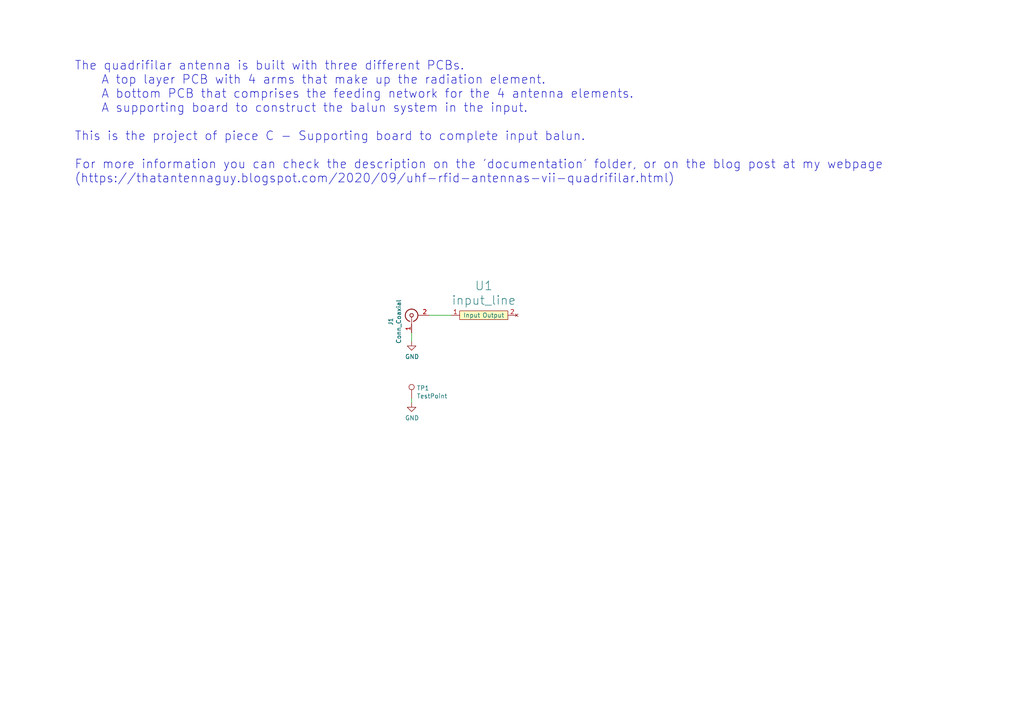
<source format=kicad_sch>
(kicad_sch (version 20211123) (generator eeschema)
  (paper "A4")
  (title_block (title "Quadrifilar antenna for UHF RFID - Part C") (rev "1.0") (company "The Antenna Guy"))
  (lib_symbols
    (symbol "Connector:Conn_Coaxial" (pin_names (offset 1.016) hide)
      (property "Reference" "J" (at 0.254 3.048 0))
      (property "Value" "Conn_Coaxial" (at 2.921 0 90))
      (symbol "Conn_Coaxial_0_1"
        (arc (start -1.778 -0.508) (mid 0.2311 -1.8066) (end 1.778 0) (stroke (width 0.254)))
        (polyline (pts (xy -2.54 0) (xy -0.508 0)))
        (polyline (pts (xy 0 -2.54) (xy 0 -1.778)))
        (circle (center 0 0) (radius 0.508) (stroke (width 0.2032)))
        (arc (start 1.778 0) (mid 0.2099 1.8101) (end -1.778 0.508) (stroke (width 0.254)))
      )
      (symbol "Conn_Coaxial_1_1"
        (pin passive line (at -5.08 0 0) (length 2.54) (name "In") (number "1"))
        (pin passive line (at 0 -5.08 90) (length 2.54) (name "Ext") (number "2"))
      )
    )
    (symbol "Connector:TestPoint" (pin_numbers hide) (pin_names (offset 0.762) hide)
      (property "Reference" "TP" (at 0 6.858 0))
      (property "Value" "TestPoint" (at 0 5.08 0))
      (symbol "TestPoint_0_1"
        (circle (center 0 3.302) (radius 0.762))
      )
      (symbol "TestPoint_1_1"
        (pin passive line (at 0 0 90) (length 2.54) (name "1") (number "1"))
      )
    )
    (symbol "Quadrifilar_antenna_C-rescue:input_line-quadrifilar_antenna" (pin_names (offset 1.016))
      (property "Reference" "U" (at 0 2.54 0))
      (property "Value" "input_line-quadrifilar_antenna" (at 0 -2.54 0))
      (symbol "input_line-quadrifilar_antenna_0_1"
        (rectangle (start -6.35 1.27) (end 7.62 -1.27) (fill (type background)))
      )
      (symbol "input_line-quadrifilar_antenna_1_1"
        (pin input line (at -8.89 0 0) (length 2.54) (name "Input") (number "1"))
        (pin no_connect line (at 10.16 0 180) (length 2.54) (name "Output") (number "2"))
      )
    )
    (symbol "power:GND" (power) (pin_names (offset 0))
      (property "Value" "GND" (at 0 -3.81 0))
      (symbol "GND_0_1"
        (polyline (pts (xy 0 0) (xy 0 -1.27) (xy 1.27 -1.27) (xy 0 -2.54) (xy -1.27 -1.27) (xy 0 -1.27)))
      )
      (symbol "GND_1_1"
        (pin power_in line (at 0 0 270) (length 0) hide (name "GND") (number "1"))
      )
    )
  )
  (wire (pts (xy 119.38 96.52) (xy 119.38 99.06)))
  (wire (pts (xy 130.81 91.44) (xy 124.46 91.44)))
  (wire (pts (xy 119.38 116.84) (xy 119.38 115.57)))
  (text "The quadrifilar antenna is built with three different PCBs.\n    A top layer PCB with 4 arms that make up the radiation element.\n    A bottom PCB that comprises the feeding network for the 4 antenna elements.\n    A supporting board to construct the balun system in the input.\n\nThis is the project of piece C - Supporting board to complete input balun.\n\nFor more information you can check the description on the 'documentation' folder, or on the blog post at my webpage \n(https://thatantennaguy.blogspot.com/2020/09/uhf-rfid-antennas-vii-quadrifilar.html)" (at 21.59 53.34 0) (effects (font (size 2.54 2.54)) (justify left bottom)))
  (symbol (lib_id "Quadrifilar_antenna_C-rescue:input_line-quadrifilar_antenna") (at 139.7 91.44 0) (unit 1)
    (property "Reference" "U1" (at 140.335 82.8802 0) (effects (font (size 2.54 2.54))))
    (property "Value" "input_line" (at 140.335 87.0966 0) (effects (font (size 2.54 2.54))))
    (property "Footprint" "Quadrifilar_antenna:input_balun_complement" (effects hide))
  )
  (symbol (lib_id "power:GND") (at 119.38 99.06 0) (unit 1)
    (property "Reference" "#PWR0101" (effects hide))
    (property "Value" "GND" (at 119.507 103.4542 0))
  )
  (symbol (lib_id "Connector:Conn_Coaxial") (at 119.38 91.44 90) (unit 1)
    (property "Reference" "J1" (at 113.3348 93.2688 0))
    (property "Value" "Conn_Coaxial" (at 115.6462 93.2688 0))
    (property "Footprint" "Quadrifilar_antenna:SMA_Samtec_J-P-X-ST-EM1-Inverted_design" (effects hide))
    (property "Datasheet" " ~" (effects hide))
  )
  (symbol (lib_id "Connector:TestPoint") (at 119.38 115.57 0) (unit 1)
    (property "Reference" "TP1" (at 120.8532 112.5728 0) (effects (justify left)))
    (property "Value" "TestPoint" (at 120.8532 114.8842 0) (effects (justify left)))
    (property "Footprint" "TestPoint:TestPoint_Pad_1.0x1.0mm" (effects hide))
  )
  (symbol (lib_id "power:GND") (at 119.38 116.84 0) (unit 1)
    (property "Reference" "#PWR01" (effects hide))
    (property "Value" "GND" (at 119.507 121.2342 0))
  )
)
</source>
